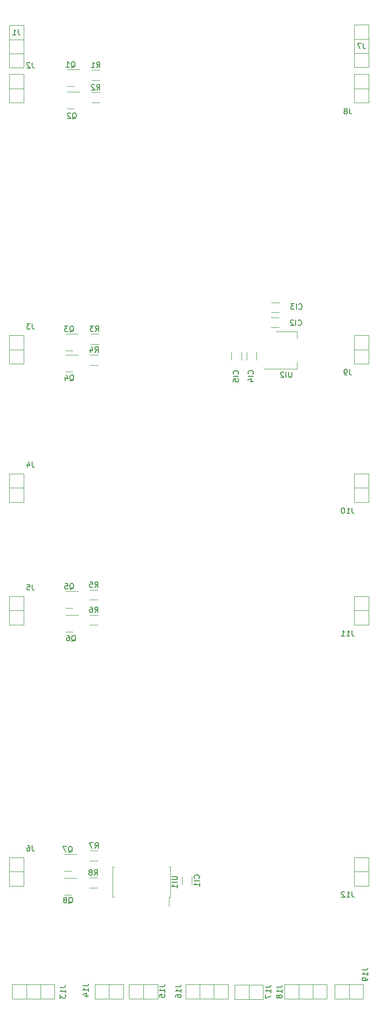
<source format=gbr>
%TF.GenerationSoftware,KiCad,Pcbnew,(6.0.7-1)-1*%
%TF.CreationDate,2022-12-02T15:43:41+01:00*%
%TF.ProjectId,8x3,3878332e-6b69-4636-9164-5f7063625858,rev?*%
%TF.SameCoordinates,Original*%
%TF.FileFunction,Legend,Bot*%
%TF.FilePolarity,Positive*%
%FSLAX46Y46*%
G04 Gerber Fmt 4.6, Leading zero omitted, Abs format (unit mm)*
G04 Created by KiCad (PCBNEW (6.0.7-1)-1) date 2022-12-02 15:43:41*
%MOMM*%
%LPD*%
G01*
G04 APERTURE LIST*
%ADD10C,0.150000*%
%ADD11C,0.120000*%
G04 APERTURE END LIST*
D10*
%TO.C,R4*%
X32876666Y-101402380D02*
X33210000Y-100926190D01*
X33448095Y-101402380D02*
X33448095Y-100402380D01*
X33067142Y-100402380D01*
X32971904Y-100450000D01*
X32924285Y-100497619D01*
X32876666Y-100592857D01*
X32876666Y-100735714D01*
X32924285Y-100830952D01*
X32971904Y-100878571D01*
X33067142Y-100926190D01*
X33448095Y-100926190D01*
X32019523Y-100735714D02*
X32019523Y-101402380D01*
X32257619Y-100354761D02*
X32495714Y-101069047D01*
X31876666Y-101069047D01*
%TO.C,R1*%
X33186666Y-49686380D02*
X33520000Y-49210190D01*
X33758095Y-49686380D02*
X33758095Y-48686380D01*
X33377142Y-48686380D01*
X33281904Y-48734000D01*
X33234285Y-48781619D01*
X33186666Y-48876857D01*
X33186666Y-49019714D01*
X33234285Y-49114952D01*
X33281904Y-49162571D01*
X33377142Y-49210190D01*
X33758095Y-49210190D01*
X32234285Y-49686380D02*
X32805714Y-49686380D01*
X32520000Y-49686380D02*
X32520000Y-48686380D01*
X32615238Y-48829238D01*
X32710476Y-48924476D01*
X32805714Y-48972095D01*
%TO.C,CI2*%
X69834761Y-96407142D02*
X69882380Y-96454761D01*
X70025238Y-96502380D01*
X70120476Y-96502380D01*
X70263333Y-96454761D01*
X70358571Y-96359523D01*
X70406190Y-96264285D01*
X70453809Y-96073809D01*
X70453809Y-95930952D01*
X70406190Y-95740476D01*
X70358571Y-95645238D01*
X70263333Y-95550000D01*
X70120476Y-95502380D01*
X70025238Y-95502380D01*
X69882380Y-95550000D01*
X69834761Y-95597619D01*
X69406190Y-96502380D02*
X69406190Y-95502380D01*
X68977619Y-95597619D02*
X68930000Y-95550000D01*
X68834761Y-95502380D01*
X68596666Y-95502380D01*
X68501428Y-95550000D01*
X68453809Y-95597619D01*
X68406190Y-95692857D01*
X68406190Y-95788095D01*
X68453809Y-95930952D01*
X69025238Y-96502380D01*
X68406190Y-96502380D01*
%TO.C,J7*%
X81673333Y-45252380D02*
X81673333Y-45966666D01*
X81720952Y-46109523D01*
X81816190Y-46204761D01*
X81959047Y-46252380D01*
X82054285Y-46252380D01*
X81292380Y-45252380D02*
X80625714Y-45252380D01*
X81054285Y-46252380D01*
%TO.C,CI5*%
X58907142Y-105345238D02*
X58954761Y-105297619D01*
X59002380Y-105154761D01*
X59002380Y-105059523D01*
X58954761Y-104916666D01*
X58859523Y-104821428D01*
X58764285Y-104773809D01*
X58573809Y-104726190D01*
X58430952Y-104726190D01*
X58240476Y-104773809D01*
X58145238Y-104821428D01*
X58050000Y-104916666D01*
X58002380Y-105059523D01*
X58002380Y-105154761D01*
X58050000Y-105297619D01*
X58097619Y-105345238D01*
X59002380Y-105773809D02*
X58002380Y-105773809D01*
X58002380Y-106726190D02*
X58002380Y-106250000D01*
X58478571Y-106202380D01*
X58430952Y-106250000D01*
X58383333Y-106345238D01*
X58383333Y-106583333D01*
X58430952Y-106678571D01*
X58478571Y-106726190D01*
X58573809Y-106773809D01*
X58811904Y-106773809D01*
X58907142Y-106726190D01*
X58954761Y-106678571D01*
X59002380Y-106583333D01*
X59002380Y-106345238D01*
X58954761Y-106250000D01*
X58907142Y-106202380D01*
%TO.C,R8*%
X32766666Y-196322380D02*
X33100000Y-195846190D01*
X33338095Y-196322380D02*
X33338095Y-195322380D01*
X32957142Y-195322380D01*
X32861904Y-195370000D01*
X32814285Y-195417619D01*
X32766666Y-195512857D01*
X32766666Y-195655714D01*
X32814285Y-195750952D01*
X32861904Y-195798571D01*
X32957142Y-195846190D01*
X33338095Y-195846190D01*
X32195238Y-195750952D02*
X32290476Y-195703333D01*
X32338095Y-195655714D01*
X32385714Y-195560476D01*
X32385714Y-195512857D01*
X32338095Y-195417619D01*
X32290476Y-195370000D01*
X32195238Y-195322380D01*
X32004761Y-195322380D01*
X31909523Y-195370000D01*
X31861904Y-195417619D01*
X31814285Y-195512857D01*
X31814285Y-195560476D01*
X31861904Y-195655714D01*
X31909523Y-195703333D01*
X32004761Y-195750952D01*
X32195238Y-195750952D01*
X32290476Y-195798571D01*
X32338095Y-195846190D01*
X32385714Y-195941428D01*
X32385714Y-196131904D01*
X32338095Y-196227142D01*
X32290476Y-196274761D01*
X32195238Y-196322380D01*
X32004761Y-196322380D01*
X31909523Y-196274761D01*
X31861904Y-196227142D01*
X31814285Y-196131904D01*
X31814285Y-195941428D01*
X31861904Y-195846190D01*
X31909523Y-195798571D01*
X32004761Y-195750952D01*
%TO.C,J10*%
X79659523Y-129632380D02*
X79659523Y-130346666D01*
X79707142Y-130489523D01*
X79802380Y-130584761D01*
X79945238Y-130632380D01*
X80040476Y-130632380D01*
X78659523Y-130632380D02*
X79230952Y-130632380D01*
X78945238Y-130632380D02*
X78945238Y-129632380D01*
X79040476Y-129775238D01*
X79135714Y-129870476D01*
X79230952Y-129918095D01*
X78040476Y-129632380D02*
X77945238Y-129632380D01*
X77850000Y-129680000D01*
X77802380Y-129727619D01*
X77754761Y-129822857D01*
X77707142Y-130013333D01*
X77707142Y-130251428D01*
X77754761Y-130441904D01*
X77802380Y-130537142D01*
X77850000Y-130584761D01*
X77945238Y-130632380D01*
X78040476Y-130632380D01*
X78135714Y-130584761D01*
X78183333Y-130537142D01*
X78230952Y-130441904D01*
X78278571Y-130251428D01*
X78278571Y-130013333D01*
X78230952Y-129822857D01*
X78183333Y-129727619D01*
X78135714Y-129680000D01*
X78040476Y-129632380D01*
%TO.C,Q7*%
X28035238Y-192203619D02*
X28130476Y-192156000D01*
X28225714Y-192060761D01*
X28368571Y-191917904D01*
X28463809Y-191870285D01*
X28559047Y-191870285D01*
X28511428Y-192108380D02*
X28606666Y-192060761D01*
X28701904Y-191965523D01*
X28749523Y-191775047D01*
X28749523Y-191441714D01*
X28701904Y-191251238D01*
X28606666Y-191156000D01*
X28511428Y-191108380D01*
X28320952Y-191108380D01*
X28225714Y-191156000D01*
X28130476Y-191251238D01*
X28082857Y-191441714D01*
X28082857Y-191775047D01*
X28130476Y-191965523D01*
X28225714Y-192060761D01*
X28320952Y-192108380D01*
X28511428Y-192108380D01*
X27749523Y-191108380D02*
X27082857Y-191108380D01*
X27511428Y-192108380D01*
%TO.C,Q2*%
X28755238Y-59027619D02*
X28850476Y-58980000D01*
X28945714Y-58884761D01*
X29088571Y-58741904D01*
X29183809Y-58694285D01*
X29279047Y-58694285D01*
X29231428Y-58932380D02*
X29326666Y-58884761D01*
X29421904Y-58789523D01*
X29469523Y-58599047D01*
X29469523Y-58265714D01*
X29421904Y-58075238D01*
X29326666Y-57980000D01*
X29231428Y-57932380D01*
X29040952Y-57932380D01*
X28945714Y-57980000D01*
X28850476Y-58075238D01*
X28802857Y-58265714D01*
X28802857Y-58599047D01*
X28850476Y-58789523D01*
X28945714Y-58884761D01*
X29040952Y-58932380D01*
X29231428Y-58932380D01*
X28421904Y-58027619D02*
X28374285Y-57980000D01*
X28279047Y-57932380D01*
X28040952Y-57932380D01*
X27945714Y-57980000D01*
X27898095Y-58027619D01*
X27850476Y-58122857D01*
X27850476Y-58218095D01*
X27898095Y-58360952D01*
X28469523Y-58932380D01*
X27850476Y-58932380D01*
%TO.C,J14*%
X30722380Y-216410476D02*
X31436666Y-216410476D01*
X31579523Y-216362857D01*
X31674761Y-216267619D01*
X31722380Y-216124761D01*
X31722380Y-216029523D01*
X31722380Y-217410476D02*
X31722380Y-216839047D01*
X31722380Y-217124761D02*
X30722380Y-217124761D01*
X30865238Y-217029523D01*
X30960476Y-216934285D01*
X31008095Y-216839047D01*
X31055714Y-218267619D02*
X31722380Y-218267619D01*
X30674761Y-218029523D02*
X31389047Y-217791428D01*
X31389047Y-218410476D01*
%TO.C,J9*%
X79183333Y-104512380D02*
X79183333Y-105226666D01*
X79230952Y-105369523D01*
X79326190Y-105464761D01*
X79469047Y-105512380D01*
X79564285Y-105512380D01*
X78659523Y-105512380D02*
X78469047Y-105512380D01*
X78373809Y-105464761D01*
X78326190Y-105417142D01*
X78230952Y-105274285D01*
X78183333Y-105083809D01*
X78183333Y-104702857D01*
X78230952Y-104607619D01*
X78278571Y-104560000D01*
X78373809Y-104512380D01*
X78564285Y-104512380D01*
X78659523Y-104560000D01*
X78707142Y-104607619D01*
X78754761Y-104702857D01*
X78754761Y-104940952D01*
X78707142Y-105036190D01*
X78659523Y-105083809D01*
X78564285Y-105131428D01*
X78373809Y-105131428D01*
X78278571Y-105083809D01*
X78230952Y-105036190D01*
X78183333Y-104940952D01*
%TO.C,Q3*%
X28289238Y-97715619D02*
X28384476Y-97668000D01*
X28479714Y-97572761D01*
X28622571Y-97429904D01*
X28717809Y-97382285D01*
X28813047Y-97382285D01*
X28765428Y-97620380D02*
X28860666Y-97572761D01*
X28955904Y-97477523D01*
X29003523Y-97287047D01*
X29003523Y-96953714D01*
X28955904Y-96763238D01*
X28860666Y-96668000D01*
X28765428Y-96620380D01*
X28574952Y-96620380D01*
X28479714Y-96668000D01*
X28384476Y-96763238D01*
X28336857Y-96953714D01*
X28336857Y-97287047D01*
X28384476Y-97477523D01*
X28479714Y-97572761D01*
X28574952Y-97620380D01*
X28765428Y-97620380D01*
X28003523Y-96620380D02*
X27384476Y-96620380D01*
X27717809Y-97001333D01*
X27574952Y-97001333D01*
X27479714Y-97048952D01*
X27432095Y-97096571D01*
X27384476Y-97191809D01*
X27384476Y-97429904D01*
X27432095Y-97525142D01*
X27479714Y-97572761D01*
X27574952Y-97620380D01*
X27860666Y-97620380D01*
X27955904Y-97572761D01*
X28003523Y-97525142D01*
%TO.C,R7*%
X32866666Y-191412380D02*
X33200000Y-190936190D01*
X33438095Y-191412380D02*
X33438095Y-190412380D01*
X33057142Y-190412380D01*
X32961904Y-190460000D01*
X32914285Y-190507619D01*
X32866666Y-190602857D01*
X32866666Y-190745714D01*
X32914285Y-190840952D01*
X32961904Y-190888571D01*
X33057142Y-190936190D01*
X33438095Y-190936190D01*
X32533333Y-190412380D02*
X31866666Y-190412380D01*
X32295238Y-191412380D01*
%TO.C,J2*%
X21483333Y-48752380D02*
X21483333Y-49466666D01*
X21530952Y-49609523D01*
X21626190Y-49704761D01*
X21769047Y-49752380D01*
X21864285Y-49752380D01*
X21054761Y-48847619D02*
X21007142Y-48800000D01*
X20911904Y-48752380D01*
X20673809Y-48752380D01*
X20578571Y-48800000D01*
X20530952Y-48847619D01*
X20483333Y-48942857D01*
X20483333Y-49038095D01*
X20530952Y-49180952D01*
X21102380Y-49752380D01*
X20483333Y-49752380D01*
%TO.C,CI1*%
X51797142Y-196905238D02*
X51844761Y-196857619D01*
X51892380Y-196714761D01*
X51892380Y-196619523D01*
X51844761Y-196476666D01*
X51749523Y-196381428D01*
X51654285Y-196333809D01*
X51463809Y-196286190D01*
X51320952Y-196286190D01*
X51130476Y-196333809D01*
X51035238Y-196381428D01*
X50940000Y-196476666D01*
X50892380Y-196619523D01*
X50892380Y-196714761D01*
X50940000Y-196857619D01*
X50987619Y-196905238D01*
X51892380Y-197333809D02*
X50892380Y-197333809D01*
X51892380Y-198333809D02*
X51892380Y-197762380D01*
X51892380Y-198048095D02*
X50892380Y-198048095D01*
X51035238Y-197952857D01*
X51130476Y-197857619D01*
X51178095Y-197762380D01*
%TO.C,Q8*%
X28075238Y-201467619D02*
X28170476Y-201420000D01*
X28265714Y-201324761D01*
X28408571Y-201181904D01*
X28503809Y-201134285D01*
X28599047Y-201134285D01*
X28551428Y-201372380D02*
X28646666Y-201324761D01*
X28741904Y-201229523D01*
X28789523Y-201039047D01*
X28789523Y-200705714D01*
X28741904Y-200515238D01*
X28646666Y-200420000D01*
X28551428Y-200372380D01*
X28360952Y-200372380D01*
X28265714Y-200420000D01*
X28170476Y-200515238D01*
X28122857Y-200705714D01*
X28122857Y-201039047D01*
X28170476Y-201229523D01*
X28265714Y-201324761D01*
X28360952Y-201372380D01*
X28551428Y-201372380D01*
X27551428Y-200800952D02*
X27646666Y-200753333D01*
X27694285Y-200705714D01*
X27741904Y-200610476D01*
X27741904Y-200562857D01*
X27694285Y-200467619D01*
X27646666Y-200420000D01*
X27551428Y-200372380D01*
X27360952Y-200372380D01*
X27265714Y-200420000D01*
X27218095Y-200467619D01*
X27170476Y-200562857D01*
X27170476Y-200610476D01*
X27218095Y-200705714D01*
X27265714Y-200753333D01*
X27360952Y-200800952D01*
X27551428Y-200800952D01*
X27646666Y-200848571D01*
X27694285Y-200896190D01*
X27741904Y-200991428D01*
X27741904Y-201181904D01*
X27694285Y-201277142D01*
X27646666Y-201324761D01*
X27551428Y-201372380D01*
X27360952Y-201372380D01*
X27265714Y-201324761D01*
X27218095Y-201277142D01*
X27170476Y-201181904D01*
X27170476Y-200991428D01*
X27218095Y-200896190D01*
X27265714Y-200848571D01*
X27360952Y-200800952D01*
%TO.C,J11*%
X79659523Y-151912380D02*
X79659523Y-152626666D01*
X79707142Y-152769523D01*
X79802380Y-152864761D01*
X79945238Y-152912380D01*
X80040476Y-152912380D01*
X78659523Y-152912380D02*
X79230952Y-152912380D01*
X78945238Y-152912380D02*
X78945238Y-151912380D01*
X79040476Y-152055238D01*
X79135714Y-152150476D01*
X79230952Y-152198095D01*
X77707142Y-152912380D02*
X78278571Y-152912380D01*
X77992857Y-152912380D02*
X77992857Y-151912380D01*
X78088095Y-152055238D01*
X78183333Y-152150476D01*
X78278571Y-152198095D01*
%TO.C,J3*%
X21483333Y-96152380D02*
X21483333Y-96866666D01*
X21530952Y-97009523D01*
X21626190Y-97104761D01*
X21769047Y-97152380D01*
X21864285Y-97152380D01*
X21102380Y-96152380D02*
X20483333Y-96152380D01*
X20816666Y-96533333D01*
X20673809Y-96533333D01*
X20578571Y-96580952D01*
X20530952Y-96628571D01*
X20483333Y-96723809D01*
X20483333Y-96961904D01*
X20530952Y-97057142D01*
X20578571Y-97104761D01*
X20673809Y-97152380D01*
X20959523Y-97152380D01*
X21054761Y-97104761D01*
X21102380Y-97057142D01*
%TO.C,UI1*%
X46852380Y-196570000D02*
X47661904Y-196570000D01*
X47757142Y-196617619D01*
X47804761Y-196665238D01*
X47852380Y-196760476D01*
X47852380Y-196950952D01*
X47804761Y-197046190D01*
X47757142Y-197093809D01*
X47661904Y-197141428D01*
X46852380Y-197141428D01*
X47852380Y-197617619D02*
X46852380Y-197617619D01*
X47852380Y-198617619D02*
X47852380Y-198046190D01*
X47852380Y-198331904D02*
X46852380Y-198331904D01*
X46995238Y-198236666D01*
X47090476Y-198141428D01*
X47138095Y-198046190D01*
%TO.C,J17*%
X63882380Y-216660476D02*
X64596666Y-216660476D01*
X64739523Y-216612857D01*
X64834761Y-216517619D01*
X64882380Y-216374761D01*
X64882380Y-216279523D01*
X64882380Y-217660476D02*
X64882380Y-217089047D01*
X64882380Y-217374761D02*
X63882380Y-217374761D01*
X64025238Y-217279523D01*
X64120476Y-217184285D01*
X64168095Y-217089047D01*
X63882380Y-217993809D02*
X63882380Y-218660476D01*
X64882380Y-218231904D01*
%TO.C,Q5*%
X28289238Y-144451619D02*
X28384476Y-144404000D01*
X28479714Y-144308761D01*
X28622571Y-144165904D01*
X28717809Y-144118285D01*
X28813047Y-144118285D01*
X28765428Y-144356380D02*
X28860666Y-144308761D01*
X28955904Y-144213523D01*
X29003523Y-144023047D01*
X29003523Y-143689714D01*
X28955904Y-143499238D01*
X28860666Y-143404000D01*
X28765428Y-143356380D01*
X28574952Y-143356380D01*
X28479714Y-143404000D01*
X28384476Y-143499238D01*
X28336857Y-143689714D01*
X28336857Y-144023047D01*
X28384476Y-144213523D01*
X28479714Y-144308761D01*
X28574952Y-144356380D01*
X28765428Y-144356380D01*
X27432095Y-143356380D02*
X27908285Y-143356380D01*
X27955904Y-143832571D01*
X27908285Y-143784952D01*
X27813047Y-143737333D01*
X27574952Y-143737333D01*
X27479714Y-143784952D01*
X27432095Y-143832571D01*
X27384476Y-143927809D01*
X27384476Y-144165904D01*
X27432095Y-144261142D01*
X27479714Y-144308761D01*
X27574952Y-144356380D01*
X27813047Y-144356380D01*
X27908285Y-144308761D01*
X27955904Y-144261142D01*
%TO.C,R2*%
X33186666Y-53750380D02*
X33520000Y-53274190D01*
X33758095Y-53750380D02*
X33758095Y-52750380D01*
X33377142Y-52750380D01*
X33281904Y-52798000D01*
X33234285Y-52845619D01*
X33186666Y-52940857D01*
X33186666Y-53083714D01*
X33234285Y-53178952D01*
X33281904Y-53226571D01*
X33377142Y-53274190D01*
X33758095Y-53274190D01*
X32805714Y-52845619D02*
X32758095Y-52798000D01*
X32662857Y-52750380D01*
X32424761Y-52750380D01*
X32329523Y-52798000D01*
X32281904Y-52845619D01*
X32234285Y-52940857D01*
X32234285Y-53036095D01*
X32281904Y-53178952D01*
X32853333Y-53750380D01*
X32234285Y-53750380D01*
%TO.C,J15*%
X44622380Y-216570476D02*
X45336666Y-216570476D01*
X45479523Y-216522857D01*
X45574761Y-216427619D01*
X45622380Y-216284761D01*
X45622380Y-216189523D01*
X45622380Y-217570476D02*
X45622380Y-216999047D01*
X45622380Y-217284761D02*
X44622380Y-217284761D01*
X44765238Y-217189523D01*
X44860476Y-217094285D01*
X44908095Y-216999047D01*
X44622380Y-218475238D02*
X44622380Y-217999047D01*
X45098571Y-217951428D01*
X45050952Y-217999047D01*
X45003333Y-218094285D01*
X45003333Y-218332380D01*
X45050952Y-218427619D01*
X45098571Y-218475238D01*
X45193809Y-218522857D01*
X45431904Y-218522857D01*
X45527142Y-218475238D01*
X45574761Y-218427619D01*
X45622380Y-218332380D01*
X45622380Y-218094285D01*
X45574761Y-217999047D01*
X45527142Y-217951428D01*
%TO.C,J4*%
X21483333Y-121272380D02*
X21483333Y-121986666D01*
X21530952Y-122129523D01*
X21626190Y-122224761D01*
X21769047Y-122272380D01*
X21864285Y-122272380D01*
X20578571Y-121605714D02*
X20578571Y-122272380D01*
X20816666Y-121224761D02*
X21054761Y-121939047D01*
X20435714Y-121939047D01*
%TO.C,R3*%
X32986666Y-97592380D02*
X33320000Y-97116190D01*
X33558095Y-97592380D02*
X33558095Y-96592380D01*
X33177142Y-96592380D01*
X33081904Y-96640000D01*
X33034285Y-96687619D01*
X32986666Y-96782857D01*
X32986666Y-96925714D01*
X33034285Y-97020952D01*
X33081904Y-97068571D01*
X33177142Y-97116190D01*
X33558095Y-97116190D01*
X32653333Y-96592380D02*
X32034285Y-96592380D01*
X32367619Y-96973333D01*
X32224761Y-96973333D01*
X32129523Y-97020952D01*
X32081904Y-97068571D01*
X32034285Y-97163809D01*
X32034285Y-97401904D01*
X32081904Y-97497142D01*
X32129523Y-97544761D01*
X32224761Y-97592380D01*
X32510476Y-97592380D01*
X32605714Y-97544761D01*
X32653333Y-97497142D01*
%TO.C,R6*%
X32856666Y-148622380D02*
X33190000Y-148146190D01*
X33428095Y-148622380D02*
X33428095Y-147622380D01*
X33047142Y-147622380D01*
X32951904Y-147670000D01*
X32904285Y-147717619D01*
X32856666Y-147812857D01*
X32856666Y-147955714D01*
X32904285Y-148050952D01*
X32951904Y-148098571D01*
X33047142Y-148146190D01*
X33428095Y-148146190D01*
X31999523Y-147622380D02*
X32190000Y-147622380D01*
X32285238Y-147670000D01*
X32332857Y-147717619D01*
X32428095Y-147860476D01*
X32475714Y-148050952D01*
X32475714Y-148431904D01*
X32428095Y-148527142D01*
X32380476Y-148574761D01*
X32285238Y-148622380D01*
X32094761Y-148622380D01*
X31999523Y-148574761D01*
X31951904Y-148527142D01*
X31904285Y-148431904D01*
X31904285Y-148193809D01*
X31951904Y-148098571D01*
X31999523Y-148050952D01*
X32094761Y-148003333D01*
X32285238Y-148003333D01*
X32380476Y-148050952D01*
X32428095Y-148098571D01*
X32475714Y-148193809D01*
%TO.C,CI4*%
X61607142Y-105325238D02*
X61654761Y-105277619D01*
X61702380Y-105134761D01*
X61702380Y-105039523D01*
X61654761Y-104896666D01*
X61559523Y-104801428D01*
X61464285Y-104753809D01*
X61273809Y-104706190D01*
X61130952Y-104706190D01*
X60940476Y-104753809D01*
X60845238Y-104801428D01*
X60750000Y-104896666D01*
X60702380Y-105039523D01*
X60702380Y-105134761D01*
X60750000Y-105277619D01*
X60797619Y-105325238D01*
X61702380Y-105753809D02*
X60702380Y-105753809D01*
X61035714Y-106658571D02*
X61702380Y-106658571D01*
X60654761Y-106420476D02*
X61369047Y-106182380D01*
X61369047Y-106801428D01*
%TO.C,J12*%
X79659523Y-199312380D02*
X79659523Y-200026666D01*
X79707142Y-200169523D01*
X79802380Y-200264761D01*
X79945238Y-200312380D01*
X80040476Y-200312380D01*
X78659523Y-200312380D02*
X79230952Y-200312380D01*
X78945238Y-200312380D02*
X78945238Y-199312380D01*
X79040476Y-199455238D01*
X79135714Y-199550476D01*
X79230952Y-199598095D01*
X78278571Y-199407619D02*
X78230952Y-199360000D01*
X78135714Y-199312380D01*
X77897619Y-199312380D01*
X77802380Y-199360000D01*
X77754761Y-199407619D01*
X77707142Y-199502857D01*
X77707142Y-199598095D01*
X77754761Y-199740952D01*
X78326190Y-200312380D01*
X77707142Y-200312380D01*
%TO.C,J1*%
X18913333Y-42742380D02*
X18913333Y-43456666D01*
X18960952Y-43599523D01*
X19056190Y-43694761D01*
X19199047Y-43742380D01*
X19294285Y-43742380D01*
X17913333Y-43742380D02*
X18484761Y-43742380D01*
X18199047Y-43742380D02*
X18199047Y-42742380D01*
X18294285Y-42885238D01*
X18389523Y-42980476D01*
X18484761Y-43028095D01*
%TO.C,J5*%
X21483333Y-143552380D02*
X21483333Y-144266666D01*
X21530952Y-144409523D01*
X21626190Y-144504761D01*
X21769047Y-144552380D01*
X21864285Y-144552380D01*
X20530952Y-143552380D02*
X21007142Y-143552380D01*
X21054761Y-144028571D01*
X21007142Y-143980952D01*
X20911904Y-143933333D01*
X20673809Y-143933333D01*
X20578571Y-143980952D01*
X20530952Y-144028571D01*
X20483333Y-144123809D01*
X20483333Y-144361904D01*
X20530952Y-144457142D01*
X20578571Y-144504761D01*
X20673809Y-144552380D01*
X20911904Y-144552380D01*
X21007142Y-144504761D01*
X21054761Y-144457142D01*
%TO.C,CI3*%
X69934761Y-93477142D02*
X69982380Y-93524761D01*
X70125238Y-93572380D01*
X70220476Y-93572380D01*
X70363333Y-93524761D01*
X70458571Y-93429523D01*
X70506190Y-93334285D01*
X70553809Y-93143809D01*
X70553809Y-93000952D01*
X70506190Y-92810476D01*
X70458571Y-92715238D01*
X70363333Y-92620000D01*
X70220476Y-92572380D01*
X70125238Y-92572380D01*
X69982380Y-92620000D01*
X69934761Y-92667619D01*
X69506190Y-93572380D02*
X69506190Y-92572380D01*
X69125238Y-92572380D02*
X68506190Y-92572380D01*
X68839523Y-92953333D01*
X68696666Y-92953333D01*
X68601428Y-93000952D01*
X68553809Y-93048571D01*
X68506190Y-93143809D01*
X68506190Y-93381904D01*
X68553809Y-93477142D01*
X68601428Y-93524761D01*
X68696666Y-93572380D01*
X68982380Y-93572380D01*
X69077619Y-93524761D01*
X69125238Y-93477142D01*
%TO.C,Q1*%
X28543238Y-49709619D02*
X28638476Y-49662000D01*
X28733714Y-49566761D01*
X28876571Y-49423904D01*
X28971809Y-49376285D01*
X29067047Y-49376285D01*
X29019428Y-49614380D02*
X29114666Y-49566761D01*
X29209904Y-49471523D01*
X29257523Y-49281047D01*
X29257523Y-48947714D01*
X29209904Y-48757238D01*
X29114666Y-48662000D01*
X29019428Y-48614380D01*
X28828952Y-48614380D01*
X28733714Y-48662000D01*
X28638476Y-48757238D01*
X28590857Y-48947714D01*
X28590857Y-49281047D01*
X28638476Y-49471523D01*
X28733714Y-49566761D01*
X28828952Y-49614380D01*
X29019428Y-49614380D01*
X27638476Y-49614380D02*
X28209904Y-49614380D01*
X27924190Y-49614380D02*
X27924190Y-48614380D01*
X28019428Y-48757238D01*
X28114666Y-48852476D01*
X28209904Y-48900095D01*
%TO.C,J19*%
X81502380Y-213560476D02*
X82216666Y-213560476D01*
X82359523Y-213512857D01*
X82454761Y-213417619D01*
X82502380Y-213274761D01*
X82502380Y-213179523D01*
X82502380Y-214560476D02*
X82502380Y-213989047D01*
X82502380Y-214274761D02*
X81502380Y-214274761D01*
X81645238Y-214179523D01*
X81740476Y-214084285D01*
X81788095Y-213989047D01*
X82502380Y-215036666D02*
X82502380Y-215227142D01*
X82454761Y-215322380D01*
X82407142Y-215370000D01*
X82264285Y-215465238D01*
X82073809Y-215512857D01*
X81692857Y-215512857D01*
X81597619Y-215465238D01*
X81550000Y-215417619D01*
X81502380Y-215322380D01*
X81502380Y-215131904D01*
X81550000Y-215036666D01*
X81597619Y-214989047D01*
X81692857Y-214941428D01*
X81930952Y-214941428D01*
X82026190Y-214989047D01*
X82073809Y-215036666D01*
X82121428Y-215131904D01*
X82121428Y-215322380D01*
X82073809Y-215417619D01*
X82026190Y-215465238D01*
X81930952Y-215512857D01*
%TO.C,UI2*%
X68680000Y-104952380D02*
X68680000Y-105761904D01*
X68632380Y-105857142D01*
X68584761Y-105904761D01*
X68489523Y-105952380D01*
X68299047Y-105952380D01*
X68203809Y-105904761D01*
X68156190Y-105857142D01*
X68108571Y-105761904D01*
X68108571Y-104952380D01*
X67632380Y-105952380D02*
X67632380Y-104952380D01*
X67203809Y-105047619D02*
X67156190Y-105000000D01*
X67060952Y-104952380D01*
X66822857Y-104952380D01*
X66727619Y-105000000D01*
X66680000Y-105047619D01*
X66632380Y-105142857D01*
X66632380Y-105238095D01*
X66680000Y-105380952D01*
X67251428Y-105952380D01*
X66632380Y-105952380D01*
%TO.C,Q6*%
X28635238Y-153887619D02*
X28730476Y-153840000D01*
X28825714Y-153744761D01*
X28968571Y-153601904D01*
X29063809Y-153554285D01*
X29159047Y-153554285D01*
X29111428Y-153792380D02*
X29206666Y-153744761D01*
X29301904Y-153649523D01*
X29349523Y-153459047D01*
X29349523Y-153125714D01*
X29301904Y-152935238D01*
X29206666Y-152840000D01*
X29111428Y-152792380D01*
X28920952Y-152792380D01*
X28825714Y-152840000D01*
X28730476Y-152935238D01*
X28682857Y-153125714D01*
X28682857Y-153459047D01*
X28730476Y-153649523D01*
X28825714Y-153744761D01*
X28920952Y-153792380D01*
X29111428Y-153792380D01*
X27825714Y-152792380D02*
X28016190Y-152792380D01*
X28111428Y-152840000D01*
X28159047Y-152887619D01*
X28254285Y-153030476D01*
X28301904Y-153220952D01*
X28301904Y-153601904D01*
X28254285Y-153697142D01*
X28206666Y-153744761D01*
X28111428Y-153792380D01*
X27920952Y-153792380D01*
X27825714Y-153744761D01*
X27778095Y-153697142D01*
X27730476Y-153601904D01*
X27730476Y-153363809D01*
X27778095Y-153268571D01*
X27825714Y-153220952D01*
X27920952Y-153173333D01*
X28111428Y-153173333D01*
X28206666Y-153220952D01*
X28254285Y-153268571D01*
X28301904Y-153363809D01*
%TO.C,Q4*%
X28305238Y-106617619D02*
X28400476Y-106570000D01*
X28495714Y-106474761D01*
X28638571Y-106331904D01*
X28733809Y-106284285D01*
X28829047Y-106284285D01*
X28781428Y-106522380D02*
X28876666Y-106474761D01*
X28971904Y-106379523D01*
X29019523Y-106189047D01*
X29019523Y-105855714D01*
X28971904Y-105665238D01*
X28876666Y-105570000D01*
X28781428Y-105522380D01*
X28590952Y-105522380D01*
X28495714Y-105570000D01*
X28400476Y-105665238D01*
X28352857Y-105855714D01*
X28352857Y-106189047D01*
X28400476Y-106379523D01*
X28495714Y-106474761D01*
X28590952Y-106522380D01*
X28781428Y-106522380D01*
X27495714Y-105855714D02*
X27495714Y-106522380D01*
X27733809Y-105474761D02*
X27971904Y-106189047D01*
X27352857Y-106189047D01*
%TO.C,J8*%
X79183333Y-57112380D02*
X79183333Y-57826666D01*
X79230952Y-57969523D01*
X79326190Y-58064761D01*
X79469047Y-58112380D01*
X79564285Y-58112380D01*
X78564285Y-57540952D02*
X78659523Y-57493333D01*
X78707142Y-57445714D01*
X78754761Y-57350476D01*
X78754761Y-57302857D01*
X78707142Y-57207619D01*
X78659523Y-57160000D01*
X78564285Y-57112380D01*
X78373809Y-57112380D01*
X78278571Y-57160000D01*
X78230952Y-57207619D01*
X78183333Y-57302857D01*
X78183333Y-57350476D01*
X78230952Y-57445714D01*
X78278571Y-57493333D01*
X78373809Y-57540952D01*
X78564285Y-57540952D01*
X78659523Y-57588571D01*
X78707142Y-57636190D01*
X78754761Y-57731428D01*
X78754761Y-57921904D01*
X78707142Y-58017142D01*
X78659523Y-58064761D01*
X78564285Y-58112380D01*
X78373809Y-58112380D01*
X78278571Y-58064761D01*
X78230952Y-58017142D01*
X78183333Y-57921904D01*
X78183333Y-57731428D01*
X78230952Y-57636190D01*
X78278571Y-57588571D01*
X78373809Y-57540952D01*
%TO.C,J16*%
X47542380Y-216610476D02*
X48256666Y-216610476D01*
X48399523Y-216562857D01*
X48494761Y-216467619D01*
X48542380Y-216324761D01*
X48542380Y-216229523D01*
X48542380Y-217610476D02*
X48542380Y-217039047D01*
X48542380Y-217324761D02*
X47542380Y-217324761D01*
X47685238Y-217229523D01*
X47780476Y-217134285D01*
X47828095Y-217039047D01*
X47542380Y-218467619D02*
X47542380Y-218277142D01*
X47590000Y-218181904D01*
X47637619Y-218134285D01*
X47780476Y-218039047D01*
X47970952Y-217991428D01*
X48351904Y-217991428D01*
X48447142Y-218039047D01*
X48494761Y-218086666D01*
X48542380Y-218181904D01*
X48542380Y-218372380D01*
X48494761Y-218467619D01*
X48447142Y-218515238D01*
X48351904Y-218562857D01*
X48113809Y-218562857D01*
X48018571Y-218515238D01*
X47970952Y-218467619D01*
X47923333Y-218372380D01*
X47923333Y-218181904D01*
X47970952Y-218086666D01*
X48018571Y-218039047D01*
X48113809Y-217991428D01*
%TO.C,J13*%
X26522380Y-216710476D02*
X27236666Y-216710476D01*
X27379523Y-216662857D01*
X27474761Y-216567619D01*
X27522380Y-216424761D01*
X27522380Y-216329523D01*
X27522380Y-217710476D02*
X27522380Y-217139047D01*
X27522380Y-217424761D02*
X26522380Y-217424761D01*
X26665238Y-217329523D01*
X26760476Y-217234285D01*
X26808095Y-217139047D01*
X26522380Y-218043809D02*
X26522380Y-218662857D01*
X26903333Y-218329523D01*
X26903333Y-218472380D01*
X26950952Y-218567619D01*
X26998571Y-218615238D01*
X27093809Y-218662857D01*
X27331904Y-218662857D01*
X27427142Y-218615238D01*
X27474761Y-218567619D01*
X27522380Y-218472380D01*
X27522380Y-218186666D01*
X27474761Y-218091428D01*
X27427142Y-218043809D01*
%TO.C,J6*%
X21483333Y-190952380D02*
X21483333Y-191666666D01*
X21530952Y-191809523D01*
X21626190Y-191904761D01*
X21769047Y-191952380D01*
X21864285Y-191952380D01*
X20578571Y-190952380D02*
X20769047Y-190952380D01*
X20864285Y-191000000D01*
X20911904Y-191047619D01*
X21007142Y-191190476D01*
X21054761Y-191380952D01*
X21054761Y-191761904D01*
X21007142Y-191857142D01*
X20959523Y-191904761D01*
X20864285Y-191952380D01*
X20673809Y-191952380D01*
X20578571Y-191904761D01*
X20530952Y-191857142D01*
X20483333Y-191761904D01*
X20483333Y-191523809D01*
X20530952Y-191428571D01*
X20578571Y-191380952D01*
X20673809Y-191333333D01*
X20864285Y-191333333D01*
X20959523Y-191380952D01*
X21007142Y-191428571D01*
X21054761Y-191523809D01*
%TO.C,J18*%
X65922380Y-216680476D02*
X66636666Y-216680476D01*
X66779523Y-216632857D01*
X66874761Y-216537619D01*
X66922380Y-216394761D01*
X66922380Y-216299523D01*
X66922380Y-217680476D02*
X66922380Y-217109047D01*
X66922380Y-217394761D02*
X65922380Y-217394761D01*
X66065238Y-217299523D01*
X66160476Y-217204285D01*
X66208095Y-217109047D01*
X66350952Y-218251904D02*
X66303333Y-218156666D01*
X66255714Y-218109047D01*
X66160476Y-218061428D01*
X66112857Y-218061428D01*
X66017619Y-218109047D01*
X65970000Y-218156666D01*
X65922380Y-218251904D01*
X65922380Y-218442380D01*
X65970000Y-218537619D01*
X66017619Y-218585238D01*
X66112857Y-218632857D01*
X66160476Y-218632857D01*
X66255714Y-218585238D01*
X66303333Y-218537619D01*
X66350952Y-218442380D01*
X66350952Y-218251904D01*
X66398571Y-218156666D01*
X66446190Y-218109047D01*
X66541428Y-218061428D01*
X66731904Y-218061428D01*
X66827142Y-218109047D01*
X66874761Y-218156666D01*
X66922380Y-218251904D01*
X66922380Y-218442380D01*
X66874761Y-218537619D01*
X66827142Y-218585238D01*
X66731904Y-218632857D01*
X66541428Y-218632857D01*
X66446190Y-218585238D01*
X66398571Y-218537619D01*
X66350952Y-218442380D01*
%TO.C,R5*%
X32856666Y-144062380D02*
X33190000Y-143586190D01*
X33428095Y-144062380D02*
X33428095Y-143062380D01*
X33047142Y-143062380D01*
X32951904Y-143110000D01*
X32904285Y-143157619D01*
X32856666Y-143252857D01*
X32856666Y-143395714D01*
X32904285Y-143490952D01*
X32951904Y-143538571D01*
X33047142Y-143586190D01*
X33428095Y-143586190D01*
X31951904Y-143062380D02*
X32428095Y-143062380D01*
X32475714Y-143538571D01*
X32428095Y-143490952D01*
X32332857Y-143443333D01*
X32094761Y-143443333D01*
X31999523Y-143490952D01*
X31951904Y-143538571D01*
X31904285Y-143633809D01*
X31904285Y-143871904D01*
X31951904Y-143967142D01*
X31999523Y-144014761D01*
X32094761Y-144062380D01*
X32332857Y-144062380D01*
X32428095Y-144014761D01*
X32475714Y-143967142D01*
D11*
%TO.C,R4*%
X33437064Y-103680000D02*
X31982936Y-103680000D01*
X33437064Y-101860000D02*
X31982936Y-101860000D01*
%TO.C,R1*%
X33747064Y-50144000D02*
X32292936Y-50144000D01*
X33747064Y-51964000D02*
X32292936Y-51964000D01*
%TO.C,CI2*%
X66341252Y-96860000D02*
X64918748Y-96860000D01*
X66341252Y-95040000D02*
X64918748Y-95040000D01*
%TO.C,J7*%
X82690000Y-49635000D02*
X80030000Y-49635000D01*
X80030000Y-44495000D02*
X82690000Y-44495000D01*
X80030000Y-49635000D02*
X80030000Y-41895000D01*
X82690000Y-41895000D02*
X82690000Y-49635000D01*
X80030000Y-47035000D02*
X82690000Y-47035000D01*
X80030000Y-41895000D02*
X82690000Y-41895000D01*
%TO.C,CI5*%
X59520000Y-102811252D02*
X59520000Y-101388748D01*
X57700000Y-102811252D02*
X57700000Y-101388748D01*
%TO.C,R8*%
X33327064Y-196780000D02*
X31872936Y-196780000D01*
X33327064Y-198600000D02*
X31872936Y-198600000D01*
%TO.C,J10*%
X80030000Y-128600000D02*
X80030000Y-123400000D01*
X82690000Y-123400000D02*
X82690000Y-128600000D01*
X80030000Y-123400000D02*
X82690000Y-123400000D01*
X80030000Y-126000000D02*
X82690000Y-126000000D01*
X82690000Y-128600000D02*
X80030000Y-128600000D01*
%TO.C,Q7*%
X27940000Y-192496000D02*
X29615000Y-192496000D01*
X27940000Y-192496000D02*
X27290000Y-192496000D01*
X27940000Y-195616000D02*
X27290000Y-195616000D01*
X27940000Y-195616000D02*
X28590000Y-195616000D01*
%TO.C,Q2*%
X28448000Y-54066000D02*
X30123000Y-54066000D01*
X28448000Y-57186000D02*
X27798000Y-57186000D01*
X28448000Y-57186000D02*
X29098000Y-57186000D01*
X28448000Y-54066000D02*
X27798000Y-54066000D01*
%TO.C,J14*%
X38050000Y-216130000D02*
X38050000Y-218790000D01*
X32850000Y-218790000D02*
X32850000Y-216130000D01*
X38050000Y-218790000D02*
X32850000Y-218790000D01*
X35450000Y-216130000D02*
X35450000Y-218790000D01*
X32850000Y-216130000D02*
X38050000Y-216130000D01*
%TO.C,J9*%
X80030000Y-103480000D02*
X80030000Y-98280000D01*
X80030000Y-98280000D02*
X82690000Y-98280000D01*
X82690000Y-103480000D02*
X80030000Y-103480000D01*
X80030000Y-100880000D02*
X82690000Y-100880000D01*
X82690000Y-98280000D02*
X82690000Y-103480000D01*
%TO.C,Q3*%
X28194000Y-101128000D02*
X27544000Y-101128000D01*
X28194000Y-98008000D02*
X29869000Y-98008000D01*
X28194000Y-98008000D02*
X27544000Y-98008000D01*
X28194000Y-101128000D02*
X28844000Y-101128000D01*
%TO.C,R7*%
X33427064Y-193690000D02*
X31972936Y-193690000D01*
X33427064Y-191870000D02*
X31972936Y-191870000D01*
%TO.C,J2*%
X17310000Y-56080000D02*
X17310000Y-50880000D01*
X19970000Y-53480000D02*
X17310000Y-53480000D01*
X19970000Y-56080000D02*
X17310000Y-56080000D01*
X19970000Y-50880000D02*
X19970000Y-56080000D01*
X17310000Y-50880000D02*
X19970000Y-50880000D01*
%TO.C,CI1*%
X48680000Y-198021252D02*
X48680000Y-196598748D01*
X50500000Y-198021252D02*
X50500000Y-196598748D01*
%TO.C,Q8*%
X27940000Y-196814000D02*
X29615000Y-196814000D01*
X27940000Y-196814000D02*
X27290000Y-196814000D01*
X27940000Y-199934000D02*
X28590000Y-199934000D01*
X27940000Y-199934000D02*
X27290000Y-199934000D01*
%TO.C,J11*%
X80030000Y-150880000D02*
X80030000Y-145680000D01*
X82690000Y-145680000D02*
X82690000Y-150880000D01*
X82690000Y-150880000D02*
X80030000Y-150880000D01*
X80030000Y-145680000D02*
X82690000Y-145680000D01*
X80030000Y-148280000D02*
X82690000Y-148280000D01*
%TO.C,J3*%
X19970000Y-98280000D02*
X19970000Y-103480000D01*
X19970000Y-100880000D02*
X17310000Y-100880000D01*
X17310000Y-103480000D02*
X17310000Y-98280000D01*
X17310000Y-98280000D02*
X19970000Y-98280000D01*
X19970000Y-103480000D02*
X17310000Y-103480000D01*
%TO.C,UI1*%
X36140000Y-197570000D02*
X36140000Y-200330000D01*
X36140000Y-200330000D02*
X36345000Y-200330000D01*
X36140000Y-197570000D02*
X36140000Y-194810000D01*
X46560000Y-194810000D02*
X46355000Y-194810000D01*
X36140000Y-194810000D02*
X36345000Y-194810000D01*
X46560000Y-197570000D02*
X46560000Y-200330000D01*
X46355000Y-200330000D02*
X46355000Y-202020000D01*
X46560000Y-197570000D02*
X46560000Y-194810000D01*
X46560000Y-200330000D02*
X46355000Y-200330000D01*
%TO.C,J17*%
X58270000Y-218860000D02*
X58270000Y-216200000D01*
X60870000Y-216200000D02*
X60870000Y-218860000D01*
X63470000Y-216200000D02*
X63470000Y-218860000D01*
X58270000Y-216200000D02*
X63470000Y-216200000D01*
X63470000Y-218860000D02*
X58270000Y-218860000D01*
%TO.C,Q5*%
X28194000Y-144744000D02*
X29869000Y-144744000D01*
X28194000Y-147864000D02*
X27544000Y-147864000D01*
X28194000Y-144744000D02*
X27544000Y-144744000D01*
X28194000Y-147864000D02*
X28844000Y-147864000D01*
%TO.C,R2*%
X33747064Y-56028000D02*
X32292936Y-56028000D01*
X33747064Y-54208000D02*
X32292936Y-54208000D01*
%TO.C,J15*%
X39090000Y-218790000D02*
X39090000Y-216130000D01*
X44290000Y-216130000D02*
X44290000Y-218790000D01*
X44290000Y-218790000D02*
X39090000Y-218790000D01*
X39090000Y-216130000D02*
X44290000Y-216130000D01*
X41690000Y-216130000D02*
X41690000Y-218790000D01*
%TO.C,J4*%
X17310000Y-123400000D02*
X19970000Y-123400000D01*
X19970000Y-123400000D02*
X19970000Y-128600000D01*
X17310000Y-128600000D02*
X17310000Y-123400000D01*
X19970000Y-128600000D02*
X17310000Y-128600000D01*
X19970000Y-126000000D02*
X17310000Y-126000000D01*
%TO.C,R3*%
X33547064Y-99870000D02*
X32092936Y-99870000D01*
X33547064Y-98050000D02*
X32092936Y-98050000D01*
%TO.C,R6*%
X33417064Y-150900000D02*
X31962936Y-150900000D01*
X33417064Y-149080000D02*
X31962936Y-149080000D01*
%TO.C,CI4*%
X62290000Y-102791252D02*
X62290000Y-101368748D01*
X60470000Y-102791252D02*
X60470000Y-101368748D01*
%TO.C,J12*%
X82690000Y-193080000D02*
X82690000Y-198280000D01*
X82690000Y-198280000D02*
X80030000Y-198280000D01*
X80030000Y-198280000D02*
X80030000Y-193080000D01*
X80030000Y-195680000D02*
X82690000Y-195680000D01*
X80030000Y-193080000D02*
X82690000Y-193080000D01*
%TO.C,J1*%
X19970000Y-44595000D02*
X17310000Y-44595000D01*
X19970000Y-47135000D02*
X17310000Y-47135000D01*
X17310000Y-49735000D02*
X17310000Y-41995000D01*
X17310000Y-41995000D02*
X19970000Y-41995000D01*
X19970000Y-49735000D02*
X17310000Y-49735000D01*
X19970000Y-41995000D02*
X19970000Y-49735000D01*
%TO.C,J5*%
X17310000Y-150880000D02*
X17310000Y-145680000D01*
X17310000Y-145680000D02*
X19970000Y-145680000D01*
X19970000Y-148280000D02*
X17310000Y-148280000D01*
X19970000Y-150880000D02*
X17310000Y-150880000D01*
X19970000Y-145680000D02*
X19970000Y-150880000D01*
%TO.C,CI3*%
X66371252Y-92360000D02*
X64948748Y-92360000D01*
X66371252Y-94180000D02*
X64948748Y-94180000D01*
%TO.C,Q1*%
X28448000Y-50002000D02*
X27798000Y-50002000D01*
X28448000Y-53122000D02*
X27798000Y-53122000D01*
X28448000Y-50002000D02*
X30123000Y-50002000D01*
X28448000Y-53122000D02*
X29098000Y-53122000D01*
%TO.C,J19*%
X81680000Y-216130000D02*
X81680000Y-218790000D01*
X81680000Y-218790000D02*
X76480000Y-218790000D01*
X76480000Y-218790000D02*
X76480000Y-216130000D01*
X79080000Y-216130000D02*
X79080000Y-218790000D01*
X76480000Y-216130000D02*
X81680000Y-216130000D01*
%TO.C,UI2*%
X69590000Y-104410000D02*
X69590000Y-103150000D01*
X65830000Y-97590000D02*
X69590000Y-97590000D01*
X63580000Y-104410000D02*
X69590000Y-104410000D01*
X69590000Y-97590000D02*
X69590000Y-98850000D01*
%TO.C,Q6*%
X28194000Y-152182000D02*
X27544000Y-152182000D01*
X28194000Y-149062000D02*
X29869000Y-149062000D01*
X28194000Y-149062000D02*
X27544000Y-149062000D01*
X28194000Y-152182000D02*
X28844000Y-152182000D01*
%TO.C,Q4*%
X28194000Y-104938000D02*
X27544000Y-104938000D01*
X28194000Y-101818000D02*
X29869000Y-101818000D01*
X28194000Y-104938000D02*
X28844000Y-104938000D01*
X28194000Y-101818000D02*
X27544000Y-101818000D01*
%TO.C,J8*%
X80030000Y-53480000D02*
X82690000Y-53480000D01*
X80030000Y-50880000D02*
X82690000Y-50880000D01*
X82690000Y-50880000D02*
X82690000Y-56080000D01*
X80030000Y-56080000D02*
X80030000Y-50880000D01*
X82690000Y-56080000D02*
X80030000Y-56080000D01*
%TO.C,J16*%
X49355000Y-218790000D02*
X49355000Y-216130000D01*
X49355000Y-216130000D02*
X57095000Y-216130000D01*
X57095000Y-216130000D02*
X57095000Y-218790000D01*
X51955000Y-216130000D02*
X51955000Y-218790000D01*
X57095000Y-218790000D02*
X49355000Y-218790000D01*
X54495000Y-216130000D02*
X54495000Y-218790000D01*
%TO.C,J13*%
X17800000Y-218790000D02*
X17800000Y-216130000D01*
X17800000Y-216130000D02*
X25540000Y-216130000D01*
X25540000Y-218790000D02*
X17800000Y-218790000D01*
X22940000Y-216130000D02*
X22940000Y-218790000D01*
X20400000Y-216130000D02*
X20400000Y-218790000D01*
X25540000Y-216130000D02*
X25540000Y-218790000D01*
%TO.C,J6*%
X19970000Y-198280000D02*
X17310000Y-198280000D01*
X17310000Y-198280000D02*
X17310000Y-193080000D01*
X19970000Y-193080000D02*
X19970000Y-198280000D01*
X17310000Y-193080000D02*
X19970000Y-193080000D01*
X19970000Y-195680000D02*
X17310000Y-195680000D01*
%TO.C,J18*%
X67330000Y-216130000D02*
X75070000Y-216130000D01*
X69930000Y-216130000D02*
X69930000Y-218790000D01*
X72470000Y-216130000D02*
X72470000Y-218790000D01*
X75070000Y-218790000D02*
X67330000Y-218790000D01*
X67330000Y-218790000D02*
X67330000Y-216130000D01*
X75070000Y-216130000D02*
X75070000Y-218790000D01*
%TO.C,R5*%
X33417064Y-144520000D02*
X31962936Y-144520000D01*
X33417064Y-146340000D02*
X31962936Y-146340000D01*
%TD*%
M02*

</source>
